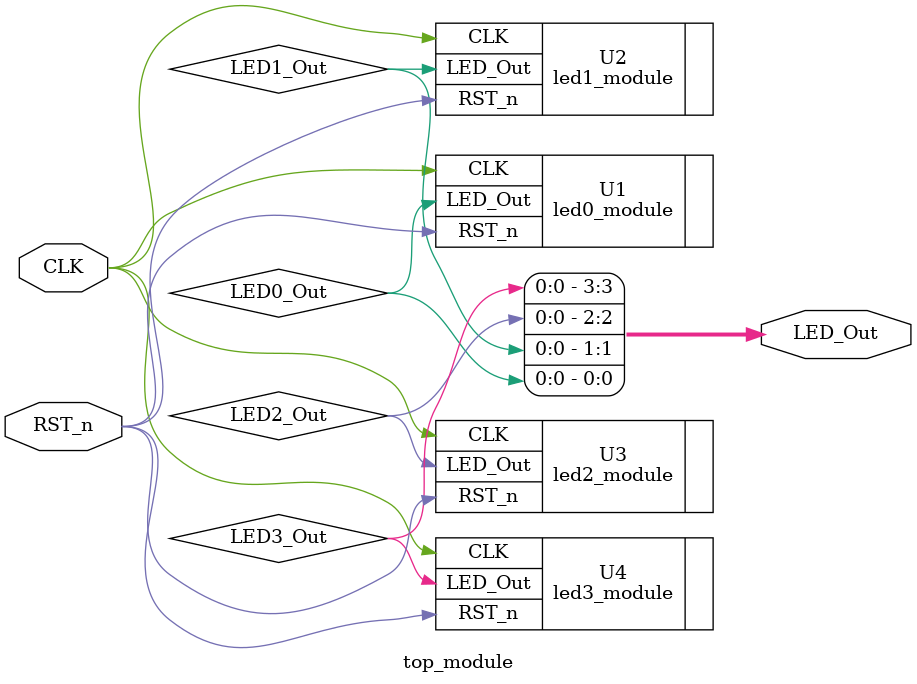
<source format=v>
module top_module(CLK, RST_n, LED_Out);

input CLK;
input RST_n;
output [3:0]LED_Out;

 /*******************************/

 wire LED0_Out;

 led0_module U1
 (
 .CLK( CLK ),
 .RST_n( RST_n ),
 .LED_Out( LED0_Out )
 );

 /*********************************/

 wire LED1_Out;

 led1_module U2
 (
 .CLK( CLK ),
 .RST_n( RST_n ),
 .LED_Out( LED1_Out )
 );

 /*********************************/

 wire LED2_Out;

 led2_module U3
 (
 .CLK( CLK ),
 .RST_n( RST_n ),
 .LED_Out( LED2_Out )
 );

 /*********************************/

 wire LED3_Out;

 led3_module U4
 (
 .CLK( CLK ),
 .RST_n( RST_n ),
 .LED_Out( LED3_Out )
 );

 /**********************************/

 assign LED_Out = { LED3_Out, LED2_Out, LED1_Out, LED0_Out};

 /***********************************/
 

 endmodule
</source>
